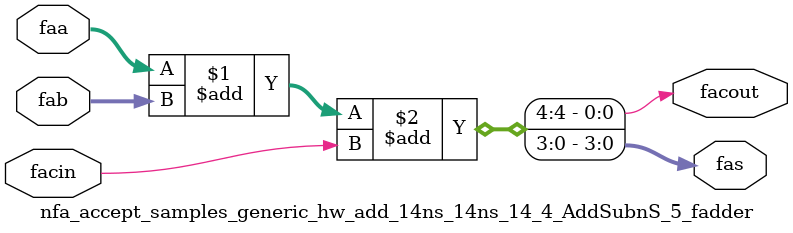
<source format=v>
module nfa_accept_samples_generic_hw_add_14ns_14ns_14_4_AddSubnS_5_fadder 
#(parameter
    N = 4
)(
    input  [N-1 : 0]  faa,
    input  [N-1 : 0]  fab,
    input  wire  facin,
    output [N-1 : 0]  fas,
    output wire  facout
);
assign {facout, fas} = faa + fab + facin;
endmodule
</source>
